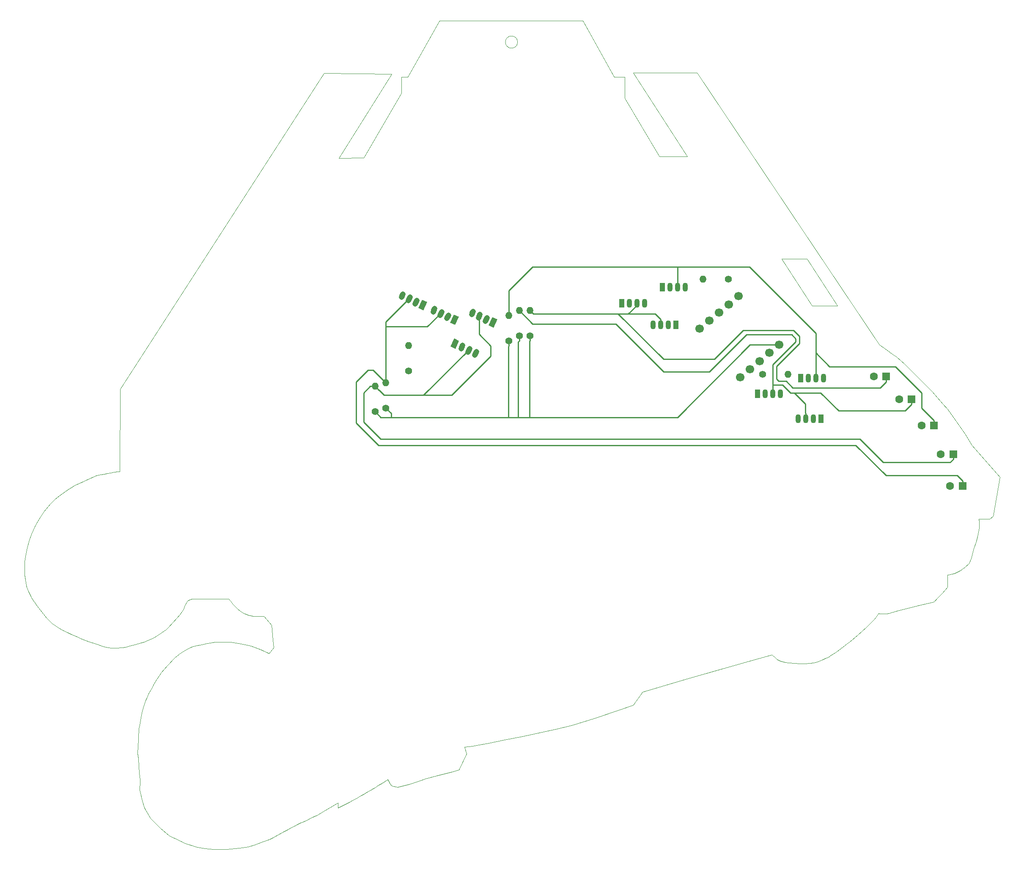
<source format=gbr>
G04 #@! TF.GenerationSoftware,KiCad,Pcbnew,(5.1.0)-1*
G04 #@! TF.CreationDate,2019-03-31T16:26:15-05:00*
G04 #@! TF.ProjectId,3000_Society_Badge_K5,33303030-5f53-46f6-9369-6574795f4261,2*
G04 #@! TF.SameCoordinates,Original*
G04 #@! TF.FileFunction,Copper,L2,Bot*
G04 #@! TF.FilePolarity,Positive*
%FSLAX46Y46*%
G04 Gerber Fmt 4.6, Leading zero omitted, Abs format (unit mm)*
G04 Created by KiCad (PCBNEW (5.1.0)-1) date 2019-03-31 16:26:15*
%MOMM*%
%LPD*%
G04 APERTURE LIST*
G04 #@! TA.AperFunction,NonConductor*
%ADD10C,0.050000*%
G04 #@! TD*
G04 #@! TA.AperFunction,NonConductor*
%ADD11C,0.036000*%
G04 #@! TD*
G04 #@! TA.AperFunction,ComponentPad*
%ADD12C,1.600000*%
G04 #@! TD*
G04 #@! TA.AperFunction,ComponentPad*
%ADD13R,1.600000X1.600000*%
G04 #@! TD*
G04 #@! TA.AperFunction,ComponentPad*
%ADD14O,1.400000X1.400000*%
G04 #@! TD*
G04 #@! TA.AperFunction,ComponentPad*
%ADD15C,1.400000*%
G04 #@! TD*
G04 #@! TA.AperFunction,ComponentPad*
%ADD16O,1.070000X1.800000*%
G04 #@! TD*
G04 #@! TA.AperFunction,ComponentPad*
%ADD17R,1.070000X1.800000*%
G04 #@! TD*
G04 #@! TA.AperFunction,ComponentPad*
%ADD18C,1.070000*%
G04 #@! TD*
G04 #@! TA.AperFunction,Conductor*
%ADD19C,1.070000*%
G04 #@! TD*
G04 #@! TA.AperFunction,Conductor*
%ADD20C,0.100000*%
G04 #@! TD*
G04 #@! TA.AperFunction,ComponentPad*
%ADD21C,1.700000*%
G04 #@! TD*
G04 #@! TA.AperFunction,Conductor*
%ADD22C,0.250000*%
G04 #@! TD*
G04 APERTURE END LIST*
D10*
X206756000Y-77724000D02*
X201676000Y-77724000D01*
X200660000Y-68326000D02*
X206756000Y-77724000D01*
X195580000Y-68326000D02*
X200660000Y-68326000D01*
X201676000Y-77724000D02*
X195580000Y-68326000D01*
X142750001Y-24940000D02*
G75*
G03X142750001Y-24940000I-1215047J0D01*
G01*
D11*
X72909999Y-183773750D02*
X73142500Y-183905001D01*
X78576248Y-186098751D02*
X80222499Y-186398750D01*
X66921248Y-169810625D02*
X67022500Y-171211251D01*
X69129999Y-180117500D02*
X69253749Y-180338751D01*
X93640000Y-184235000D02*
X94419999Y-183822500D01*
X66938125Y-162380000D02*
X66825625Y-164196875D01*
X71260000Y-182307501D02*
X72909999Y-183773750D01*
X92492500Y-184741250D02*
X93126249Y-184490001D01*
X68286249Y-178643750D02*
X68679999Y-179322500D01*
X90234999Y-185592501D02*
X91735000Y-185041251D01*
X67146248Y-172628751D02*
X67135000Y-172906250D01*
X68265625Y-156715625D02*
X67928125Y-157756251D01*
X69795625Y-153695000D02*
X69503125Y-154229375D01*
X67135000Y-172906250D02*
X67078748Y-174650000D01*
X91735000Y-185041251D02*
X92492500Y-184741250D01*
X88802500Y-186005000D02*
X90234999Y-185592501D01*
X70183748Y-181295001D02*
X71260000Y-182307501D01*
X67078748Y-174650000D02*
X67127499Y-174905001D01*
X80222499Y-186398750D02*
X81778750Y-186511250D01*
X73967499Y-184280000D02*
X75535000Y-185037500D01*
X67022500Y-171211251D02*
X67146248Y-172628751D01*
X69503125Y-154229375D02*
X69193748Y-154780625D01*
X66696248Y-167290625D02*
X66797500Y-168297500D01*
X69193748Y-154780625D02*
X68839375Y-155410625D01*
X67558750Y-176817501D02*
X68027499Y-178137500D01*
X68027499Y-178137500D02*
X68286249Y-178643750D01*
X68839375Y-155410625D02*
X68490625Y-156181252D01*
X67050625Y-161609375D02*
X66938125Y-162380000D01*
X67630000Y-158853125D02*
X67410625Y-159680000D01*
X84474999Y-186511250D02*
X87058748Y-186316250D01*
X99332500Y-181227501D02*
X99868750Y-180983750D01*
X68679999Y-179322500D02*
X69129999Y-180117500D01*
X81778750Y-186511250D02*
X84474999Y-186511250D01*
X75958749Y-185236250D02*
X78576248Y-186098751D01*
X66696248Y-166868751D02*
X66696248Y-167290625D01*
X66825625Y-164196875D02*
X66713125Y-166334375D01*
X68490625Y-156181252D02*
X68265625Y-156715625D01*
X73142500Y-183905001D02*
X73967499Y-184280000D01*
X100600000Y-180657500D02*
X101290000Y-180301250D01*
X67410625Y-159680000D02*
X67050625Y-161609375D01*
X95946248Y-182963750D02*
X96767500Y-182525000D01*
X100206250Y-180826250D02*
X100600000Y-180657500D01*
X99868750Y-180983750D02*
X100206250Y-180826250D01*
X98706249Y-181516250D02*
X99332500Y-181227501D01*
X66797500Y-168297500D02*
X66921248Y-169810625D01*
X98064999Y-181850000D02*
X98706249Y-181516250D01*
X97442500Y-182161251D02*
X98064999Y-181850000D01*
X96767500Y-182525000D02*
X97442500Y-182161251D01*
X87058748Y-186316250D02*
X88802500Y-186005000D01*
X95158748Y-183410001D02*
X95946248Y-182963750D01*
X67127499Y-174905001D02*
X67558750Y-176817501D01*
X67928125Y-157756251D02*
X67630000Y-158853125D01*
X94419999Y-183822500D02*
X95158748Y-183410001D01*
X93126249Y-184490001D02*
X93640000Y-184235000D01*
X75535000Y-185037500D02*
X75958749Y-185236250D01*
X66713125Y-166334375D02*
X66696248Y-166868751D01*
X69253749Y-180338751D02*
X70183748Y-181295001D01*
X75938125Y-146826875D02*
X75561248Y-147080000D01*
X80663125Y-145291252D02*
X79498748Y-145516252D01*
X82063748Y-145060625D02*
X81715000Y-145105625D01*
X87188125Y-138755000D02*
X87694375Y-139109375D01*
X84932500Y-145049375D02*
X84043748Y-145010000D01*
X76742500Y-136730000D02*
X76883125Y-136634375D01*
X87750625Y-145426252D02*
X86878748Y-145285625D01*
X86743748Y-138400625D02*
X87188125Y-138755000D01*
X89134375Y-139711252D02*
X89612500Y-139823752D01*
X92515000Y-147085625D02*
X91896248Y-146793125D01*
X85331875Y-136926875D02*
X85686248Y-137388125D01*
X88594375Y-145606252D02*
X87750625Y-145426252D01*
X93752500Y-144610625D02*
X93893125Y-146146252D01*
X90068125Y-146090000D02*
X89325625Y-145831252D01*
X77788748Y-136398125D02*
X80207500Y-136409375D01*
X91896248Y-146793125D02*
X91406875Y-146579375D01*
X87694375Y-139109375D02*
X88105000Y-139362500D01*
X76883125Y-136634375D02*
X77096875Y-136550000D01*
X93893125Y-146146252D02*
X92981875Y-147321875D01*
X91980625Y-139868752D02*
X93482500Y-141685625D01*
X89753125Y-139863125D02*
X91553125Y-139880000D01*
X85686248Y-137388125D02*
X86006875Y-137714375D01*
X77501875Y-136426252D02*
X77788748Y-136398125D01*
X84960625Y-136392500D02*
X85123748Y-136662500D01*
X76849375Y-146337500D02*
X75938125Y-146826875D01*
X90715000Y-146315000D02*
X90068125Y-146090000D01*
X77096875Y-136550000D02*
X77293748Y-136482500D01*
X71415625Y-151169375D02*
X70965625Y-151816252D01*
X76601875Y-136904375D02*
X76742500Y-136730000D01*
X91553125Y-139880000D02*
X91980625Y-139868752D01*
X74503748Y-147867500D02*
X74222500Y-148120625D01*
X75561248Y-147080000D02*
X75083125Y-147417500D01*
X77614375Y-145971875D02*
X77203748Y-146168752D01*
X79498748Y-145516252D02*
X78193748Y-145797500D01*
X88751875Y-139598752D02*
X89134375Y-139711252D01*
X86006875Y-137714375D02*
X86400625Y-138119375D01*
X81715000Y-145105625D02*
X80663125Y-145291252D01*
X85123748Y-136662500D02*
X85331875Y-136926875D01*
X93482500Y-141685625D02*
X93752500Y-144610625D01*
X70150000Y-153048125D02*
X69795625Y-153695000D01*
X80207500Y-136409375D02*
X84960625Y-136392500D01*
X89612500Y-139823752D02*
X89753125Y-139863125D01*
X70543748Y-152418125D02*
X70150000Y-153048125D01*
X70965625Y-151816252D02*
X70543748Y-152418125D01*
X71978125Y-150466252D02*
X71415625Y-151169375D01*
X72591248Y-149780000D02*
X71978125Y-150466252D01*
X86400625Y-138119375D02*
X86743748Y-138400625D01*
X73001875Y-149335625D02*
X72591248Y-149780000D01*
X86878748Y-145285625D02*
X85309375Y-145077500D01*
X73705000Y-148626875D02*
X73001875Y-149335625D01*
X74222500Y-148120625D02*
X73705000Y-148626875D01*
X85309375Y-145077500D02*
X84932500Y-145049375D01*
X88386248Y-139475000D02*
X88751875Y-139598752D01*
X89325625Y-145831252D02*
X88594375Y-145606252D01*
X76444375Y-137185625D02*
X76601875Y-136904375D01*
X88105000Y-139362500D02*
X88386248Y-139475000D01*
X75083125Y-147417500D02*
X74503748Y-147867500D01*
X92981875Y-147321875D02*
X92515000Y-147085625D01*
X84043748Y-145010000D02*
X82862500Y-145021252D01*
X78193748Y-145797500D02*
X77614375Y-145971875D01*
X77203748Y-146168752D02*
X76849375Y-146337500D01*
X82862500Y-145021252D02*
X82063748Y-145060625D01*
X91406875Y-146579375D02*
X90715000Y-146315000D01*
X77293748Y-136482500D02*
X77501875Y-136426252D01*
X44393125Y-133681252D02*
X44488750Y-133996252D01*
X44590000Y-126188752D02*
X44252500Y-127881875D01*
X71100625Y-143440625D02*
X71590000Y-143131252D01*
X75544375Y-138980000D02*
X75853748Y-138434375D01*
X73710625Y-141185000D02*
X74554375Y-140228752D01*
X44843125Y-134918752D02*
X45304375Y-135897500D01*
X76264375Y-137534375D02*
X76444375Y-137185625D01*
X49191249Y-140988125D02*
X49596249Y-141320000D01*
X49247500Y-117395000D02*
X48325000Y-118430000D01*
X76095625Y-137928125D02*
X76264375Y-137534375D01*
X63585625Y-146180000D02*
X64260625Y-146028125D01*
X55609375Y-144470000D02*
X56953749Y-144976252D01*
X44044375Y-131560625D02*
X44196250Y-132556252D01*
X72844375Y-142056875D02*
X73710625Y-141185000D01*
X71944375Y-142861252D02*
X72304375Y-142568752D01*
X54287500Y-143879375D02*
X55609375Y-144470000D01*
X44044375Y-129867500D02*
X44044375Y-131560625D01*
X71590000Y-143131252D02*
X71944375Y-142861252D01*
X70549375Y-143766875D02*
X71100625Y-143440625D01*
X69874375Y-144160625D02*
X70549375Y-143766875D01*
X69261248Y-144464375D02*
X69874375Y-144160625D01*
X68681875Y-144745625D02*
X69261248Y-144464375D01*
X44095000Y-128922500D02*
X44044375Y-129867500D01*
X44252500Y-127881875D02*
X44095000Y-128922500D01*
X52735000Y-114516875D02*
X50987500Y-115715000D01*
X44955625Y-124670000D02*
X44590000Y-126188752D01*
X56953749Y-144976252D02*
X58264375Y-145415000D01*
X47987500Y-118842500D02*
X47297500Y-119877500D01*
X61290625Y-146219375D02*
X62320000Y-146219375D01*
X59980000Y-145983125D02*
X60379375Y-146095625D01*
X45445000Y-136178752D02*
X45979375Y-136994375D01*
X67922500Y-145015625D02*
X68681875Y-144745625D01*
X48454375Y-140200625D02*
X49191249Y-140988125D01*
X64260625Y-146028125D02*
X65076249Y-145831252D01*
X62320000Y-146219375D02*
X63585625Y-146180000D01*
X45304375Y-135897500D02*
X45445000Y-136178752D01*
X47297500Y-119877500D02*
X46607499Y-121002500D01*
X51103749Y-142310000D02*
X51806875Y-142715000D01*
X58264375Y-145415000D02*
X59980000Y-145983125D01*
X67258748Y-145251875D02*
X67922500Y-145015625D01*
X65076249Y-145831252D02*
X66122500Y-145578125D01*
X60379375Y-146095625D02*
X61290625Y-146219375D01*
X47515000Y-139058752D02*
X48454375Y-140200625D01*
X46626249Y-137877500D02*
X47515000Y-139058752D01*
X45979375Y-136994375D02*
X46626249Y-137877500D01*
X45407500Y-123470000D02*
X44955625Y-124670000D01*
X44488750Y-133996252D02*
X44843125Y-134918752D01*
X50147500Y-116457500D02*
X49247500Y-117395000D01*
X46120000Y-121925000D02*
X45745000Y-122705000D01*
X48325000Y-118430000D02*
X47987500Y-118842500D01*
X52583125Y-143120000D02*
X53426875Y-143502500D01*
X74554375Y-140228752D02*
X75122500Y-139542500D01*
X72304375Y-142568752D02*
X72844375Y-142056875D01*
X75853748Y-138434375D02*
X76095625Y-137928125D01*
X44196250Y-132556252D02*
X44393125Y-133681252D01*
X66122500Y-145578125D02*
X67258748Y-145251875D01*
X75122500Y-139542500D02*
X75544375Y-138980000D01*
X50321875Y-141860000D02*
X51103749Y-142310000D01*
X51806875Y-142715000D02*
X52583125Y-143120000D01*
X45745000Y-122705000D02*
X45407500Y-123470000D01*
X49596249Y-141320000D02*
X50321875Y-141860000D01*
X46607499Y-121002500D02*
X46120000Y-121925000D01*
X50987500Y-115715000D02*
X50147500Y-116457500D01*
X53426875Y-143502500D02*
X54287500Y-143879375D01*
X53376249Y-114111875D02*
X52735000Y-114516875D01*
X53983749Y-113746253D02*
X53376249Y-114111875D01*
X55519375Y-113003753D02*
X54585625Y-113453753D01*
X56560000Y-112520000D02*
X55519375Y-113003753D01*
X58468749Y-111721253D02*
X57488125Y-112098125D01*
X117568747Y-31317500D02*
X103978748Y-31193755D01*
X103978748Y-31193755D02*
X63163749Y-94424375D01*
X63131323Y-110892324D02*
X62642500Y-110960000D01*
X59931250Y-111391250D02*
X59331249Y-111507500D01*
X61254999Y-111158750D02*
X60636249Y-111260000D01*
X106920625Y-48147500D02*
X117568747Y-31317500D01*
X127085406Y-20650532D02*
X120735569Y-31916605D01*
X62012500Y-111046250D02*
X61254999Y-111158750D01*
X62642500Y-110960000D02*
X62012500Y-111046250D01*
X63163749Y-94424375D02*
X63131323Y-110892324D01*
X111943747Y-48102500D02*
X106920625Y-48147500D01*
X119486875Y-31910938D02*
X119484999Y-35161251D01*
X120735569Y-31916605D02*
X119486875Y-31910938D01*
X57488125Y-112098125D02*
X56560000Y-112520000D01*
X54585625Y-113453753D02*
X53983749Y-113746253D01*
X59331249Y-111507500D02*
X58468749Y-111721253D01*
X60636249Y-111260000D02*
X59931250Y-111391250D01*
X119484999Y-35161251D02*
X111943747Y-48102500D01*
X227821562Y-135242188D02*
X228839687Y-134024375D01*
X234062500Y-126312500D02*
X234531250Y-124876250D01*
X201288437Y-149282188D02*
X201991562Y-149183752D01*
X210850000Y-143592500D02*
X212552500Y-142115000D01*
X230155000Y-131333750D02*
X231332499Y-130763750D01*
X228955794Y-131598677D02*
X229054264Y-131585971D01*
X214990000Y-139317500D02*
X215125441Y-139347148D01*
X235931323Y-120413265D02*
X237244264Y-120423853D01*
X228921911Y-131593383D02*
X228955794Y-131598677D01*
X214074999Y-140585000D02*
X214465000Y-140082500D01*
X234531250Y-124876250D02*
X234786249Y-123833750D01*
X231332499Y-130763750D02*
X232262500Y-130043750D01*
X234786249Y-123833750D02*
X235138750Y-122183750D01*
X233500000Y-128292500D02*
X234062500Y-126312500D01*
X229686382Y-131434559D02*
X230155000Y-131333750D01*
X205636562Y-147620000D02*
X206210312Y-147262813D01*
X229054264Y-131585971D02*
X229686382Y-131434559D01*
X206210312Y-147262813D02*
X206702500Y-146888752D01*
X204885625Y-148053125D02*
X205636562Y-147620000D01*
X215125441Y-139347148D02*
X215432500Y-139367265D01*
X217344735Y-139181971D02*
X218477676Y-138889736D01*
X237972735Y-119807618D02*
X239260000Y-112013753D01*
X235138750Y-122183750D02*
X235138750Y-121475000D01*
X232262500Y-130043750D02*
X233106250Y-129282500D01*
X235281205Y-120419618D02*
X235931323Y-120413265D01*
X235088500Y-120409030D02*
X235281205Y-120419618D01*
X235138750Y-121475000D02*
X235116029Y-120942677D01*
X223093750Y-137680625D02*
X226046875Y-137000000D01*
X201991562Y-149183752D02*
X202343125Y-149107813D01*
X200115625Y-149324375D02*
X201288437Y-149282188D01*
X233106250Y-129282500D02*
X233500000Y-128292500D01*
X228820000Y-131566252D02*
X228921911Y-131593383D01*
X228839687Y-134024375D02*
X228820000Y-131566252D01*
X216260499Y-139372559D02*
X216592970Y-139340795D01*
X202855000Y-148939063D02*
X203718437Y-148593125D01*
X215432500Y-139367265D02*
X215707794Y-139377853D01*
X197078125Y-149178125D02*
X198132812Y-149285000D01*
X226789375Y-136274375D02*
X227821562Y-135242188D01*
X226046875Y-137000000D02*
X226789375Y-136274375D01*
X208685312Y-145381252D02*
X209171875Y-145007188D01*
X209171875Y-145007188D02*
X210850000Y-143592500D01*
X199342187Y-149341252D02*
X200115625Y-149324375D01*
X215707794Y-139377853D02*
X216260499Y-139372559D01*
X198132812Y-149285000D02*
X199342187Y-149341252D01*
X204407500Y-148292188D02*
X204885625Y-148053125D01*
X217080029Y-139249736D02*
X217344735Y-139181971D01*
X216592970Y-139340795D02*
X217080029Y-139249736D01*
X203718437Y-148593125D02*
X204407500Y-148292188D01*
X214465000Y-140082500D02*
X214990000Y-139317500D01*
X202343125Y-149107813D02*
X202855000Y-148939063D01*
X207138437Y-146559688D02*
X208111562Y-145822813D01*
X206702500Y-146888752D02*
X207138437Y-146559688D01*
X218477676Y-138889736D02*
X223093750Y-137680625D01*
X237244264Y-120423853D02*
X237972735Y-119807618D01*
X235116029Y-120942677D02*
X235088500Y-120409030D01*
X208111562Y-145822813D02*
X208685312Y-145381252D01*
X212552500Y-142115000D02*
X214074999Y-140585000D01*
X102246248Y-179855001D02*
X102519999Y-179720001D01*
X103930000Y-178928750D02*
X104353749Y-178666250D01*
X196335625Y-149071252D02*
X197078125Y-149178125D01*
X110031247Y-176558751D02*
X110417499Y-176333751D01*
X195716875Y-148953125D02*
X196335625Y-149071252D01*
X124360937Y-172372813D02*
X126481562Y-171818751D01*
X110417499Y-176333751D02*
X110950000Y-176026251D01*
X134561875Y-165738125D02*
X136915937Y-165271251D01*
X112401250Y-175212500D02*
X112712499Y-175032500D01*
X194395000Y-148269688D02*
X194695937Y-148503125D01*
X165872499Y-157640000D02*
X167739999Y-155060001D01*
X117585625Y-173824063D02*
X118721875Y-174049063D01*
X108962500Y-177121251D02*
X109581247Y-176791251D01*
X195365312Y-148818125D02*
X195716875Y-148953125D01*
X194695937Y-148503125D02*
X195365312Y-148818125D01*
X162895000Y-158667500D02*
X165872499Y-157640000D01*
X117234062Y-173388125D02*
X117585625Y-173824063D01*
X194133437Y-148044688D02*
X194395000Y-148269688D01*
X110950000Y-176026251D02*
X111362499Y-175790000D01*
X109581247Y-176791251D02*
X110031247Y-176558751D01*
X106768747Y-177203750D02*
X106761249Y-178208750D01*
X167739999Y-155060001D02*
X176293746Y-152525000D01*
X117163747Y-173270000D02*
X117234062Y-173388125D01*
X116743750Y-172595000D02*
X117163747Y-173270000D01*
X111362499Y-175790000D02*
X111744999Y-175576251D01*
X115558749Y-173341251D02*
X116226250Y-172925001D01*
X112975000Y-174882501D02*
X113226247Y-174721251D01*
X101747500Y-180087500D02*
X102246248Y-179855001D01*
X193894375Y-147794375D02*
X194133437Y-148044688D01*
X188511245Y-148981252D02*
X193697500Y-147541252D01*
X129533125Y-170994688D02*
X130987187Y-170586875D01*
X193697500Y-147541252D02*
X193894375Y-147794375D01*
X133746247Y-165850625D02*
X134561875Y-165738125D01*
X176293746Y-152525000D02*
X188511245Y-148981252D01*
X143719375Y-163943751D02*
X150328746Y-162470000D01*
X126481562Y-171818751D02*
X129533125Y-170994688D01*
X113226247Y-174721251D02*
X113552500Y-174533751D01*
X132078437Y-166075625D02*
X133746247Y-165850625D01*
X132500312Y-167434063D02*
X132078437Y-166075625D01*
X102808748Y-179555000D02*
X103480000Y-179165000D01*
X130987187Y-170586875D02*
X132500312Y-167434063D01*
X101290000Y-180301250D02*
X101747500Y-180087500D01*
X123154375Y-172775000D02*
X124360937Y-172372813D01*
X108137500Y-177533751D02*
X108962500Y-177121251D01*
X102519999Y-179720001D02*
X102808748Y-179555000D01*
X114958747Y-173697500D02*
X115558749Y-173341251D01*
X112063750Y-175407500D02*
X112401250Y-175212500D01*
X104353749Y-178666250D02*
X104935000Y-178310000D01*
X114047500Y-174241251D02*
X114546249Y-173941250D01*
X112712499Y-175032500D02*
X112975000Y-174882501D01*
X153492812Y-161702188D02*
X158170000Y-160242500D01*
X103480000Y-179165000D02*
X103930000Y-178928750D01*
X158170000Y-160242500D02*
X162895000Y-158667500D01*
X150328746Y-162470000D02*
X153492812Y-161702188D01*
X118721875Y-174049063D02*
X121081562Y-173452813D01*
X106761249Y-178208750D02*
X108137500Y-177533751D01*
X140161562Y-164641251D02*
X143719375Y-163943751D01*
X136915937Y-165271251D02*
X140161562Y-164641251D01*
X121081562Y-173452813D02*
X123154375Y-172775000D01*
X114546249Y-173941250D02*
X114958747Y-173697500D01*
X116226250Y-172925001D02*
X116743750Y-172595000D01*
X113552500Y-174533751D02*
X114047500Y-174241251D01*
X111744999Y-175576251D02*
X112063750Y-175407500D01*
X104935000Y-178310000D02*
X106768747Y-177203750D01*
X230027499Y-100152501D02*
X228827500Y-98427500D01*
X155807500Y-20650532D02*
X127085406Y-20650532D01*
X162104687Y-31919375D02*
X155807500Y-20650532D01*
X217637500Y-87267500D02*
X216287500Y-86262500D01*
X225707499Y-94947500D02*
X224657500Y-93777500D01*
X164209291Y-36187644D02*
X164174687Y-31919375D01*
X224657500Y-93777500D02*
X223457499Y-92622500D01*
X220142500Y-89367500D02*
X218612500Y-88017500D01*
X171175000Y-47877500D02*
X164209291Y-36187644D01*
X215162500Y-85512500D02*
X178690000Y-31070000D01*
X227882500Y-97347500D02*
X225707499Y-94947500D01*
X239260000Y-112013753D02*
X233747500Y-105668753D01*
X228827500Y-98427500D02*
X227882500Y-97347500D01*
X216287500Y-86262500D02*
X215162500Y-85512500D01*
X165910000Y-31115000D02*
X176687500Y-47877500D01*
X223457499Y-92622500D02*
X220142500Y-89367500D01*
X218612500Y-88017500D02*
X217637500Y-87267500D01*
X232232499Y-103302501D02*
X230027499Y-100152501D01*
X164174687Y-31919375D02*
X162104687Y-31919375D01*
X233747500Y-105668753D02*
X232232499Y-103302501D01*
X176687500Y-47877500D02*
X171175000Y-47877500D01*
X178690000Y-31070000D02*
X165910000Y-31115000D01*
D12*
G04 #@! TO.P,C1,2*
G04 #@! TO.N,Net-(C1-Pad2)*
X229320000Y-113830000D03*
D13*
G04 #@! TO.P,C1,1*
G04 #@! TO.N,Net-(C1-Pad1)*
X231820000Y-113830000D03*
G04 #@! TD*
D12*
G04 #@! TO.P,C2,2*
G04 #@! TO.N,Net-(C1-Pad2)*
X227470000Y-107410000D03*
D13*
G04 #@! TO.P,C2,1*
G04 #@! TO.N,Net-(C2-Pad1)*
X229970000Y-107410000D03*
G04 #@! TD*
D12*
G04 #@! TO.P,C3,2*
G04 #@! TO.N,Net-(C1-Pad2)*
X223610000Y-101690000D03*
D13*
G04 #@! TO.P,C3,1*
G04 #@! TO.N,Net-(C3-Pad1)*
X226110000Y-101690000D03*
G04 #@! TD*
D12*
G04 #@! TO.P,C4,2*
G04 #@! TO.N,Net-(C1-Pad2)*
X219120000Y-96450000D03*
D13*
G04 #@! TO.P,C4,1*
G04 #@! TO.N,Net-(C4-Pad1)*
X221620000Y-96450000D03*
G04 #@! TD*
D12*
G04 #@! TO.P,C5,2*
G04 #@! TO.N,Net-(C1-Pad2)*
X214040000Y-91890000D03*
D13*
G04 #@! TO.P,C5,1*
G04 #@! TO.N,Net-(C5-Pad1)*
X216540000Y-91890000D03*
G04 #@! TD*
D14*
G04 #@! TO.P,R1,2*
G04 #@! TO.N,Net-(C1-Pad1)*
X116380000Y-93140000D03*
D15*
G04 #@! TO.P,R1,1*
G04 #@! TO.N,Net-(IC1-Pad10)*
X116380000Y-98220000D03*
G04 #@! TD*
D14*
G04 #@! TO.P,R2,2*
G04 #@! TO.N,Net-(C2-Pad1)*
X114250000Y-93850000D03*
D15*
G04 #@! TO.P,R2,1*
G04 #@! TO.N,Net-(IC1-Pad10)*
X114250000Y-98930000D03*
G04 #@! TD*
D14*
G04 #@! TO.P,R3,2*
G04 #@! TO.N,Net-(C3-Pad1)*
X140990000Y-79700000D03*
D15*
G04 #@! TO.P,R3,1*
G04 #@! TO.N,Net-(IC1-Pad10)*
X140990000Y-84780000D03*
G04 #@! TD*
D14*
G04 #@! TO.P,R4,2*
G04 #@! TO.N,Net-(C4-Pad1)*
X143100000Y-78670000D03*
D15*
G04 #@! TO.P,R4,1*
G04 #@! TO.N,Net-(IC1-Pad10)*
X143100000Y-83750000D03*
G04 #@! TD*
D14*
G04 #@! TO.P,R5,2*
G04 #@! TO.N,Net-(C5-Pad1)*
X145210000Y-78660000D03*
D15*
G04 #@! TO.P,R5,1*
G04 #@! TO.N,Net-(IC1-Pad10)*
X145210000Y-83740000D03*
G04 #@! TD*
D14*
G04 #@! TO.P,R10,2*
G04 #@! TO.N,Net-(D10-Pad4)*
X120940000Y-85670000D03*
D15*
G04 #@! TO.P,R10,1*
G04 #@! TO.N,Net-(IC1-Pad8)*
X120940000Y-90750000D03*
G04 #@! TD*
D14*
G04 #@! TO.P,R20,2*
G04 #@! TO.N,Net-(D20-Pad4)*
X196850000Y-91410000D03*
D15*
G04 #@! TO.P,R20,1*
G04 #@! TO.N,Net-(IC1-Pad7)*
X191770000Y-91410000D03*
G04 #@! TD*
D14*
G04 #@! TO.P,R40,2*
G04 #@! TO.N,Net-(D40-Pad4)*
X179870000Y-72400000D03*
D15*
G04 #@! TO.P,R40,1*
G04 #@! TO.N,Net-(IC1-Pad3)*
X184950000Y-72400000D03*
G04 #@! TD*
D16*
G04 #@! TO.P,D20,4*
G04 #@! TO.N,Net-(D20-Pad4)*
X203956000Y-92220000D03*
G04 #@! TO.P,D20,3*
G04 #@! TO.N,Net-(C3-Pad1)*
X202432000Y-92220000D03*
G04 #@! TO.P,D20,2*
G04 #@! TO.N,Net-(C1-Pad2)*
X200908000Y-92220000D03*
D17*
G04 #@! TO.P,D20,1*
G04 #@! TO.N,Net-(D20-Pad1)*
X199384000Y-92220000D03*
G04 #@! TD*
D16*
G04 #@! TO.P,D40,4*
G04 #@! TO.N,Net-(D40-Pad4)*
X176266000Y-73980000D03*
G04 #@! TO.P,D40,3*
G04 #@! TO.N,Net-(C3-Pad1)*
X174742000Y-73980000D03*
G04 #@! TO.P,D40,2*
G04 #@! TO.N,Net-(C1-Pad2)*
X173218000Y-73980000D03*
D17*
G04 #@! TO.P,D40,1*
G04 #@! TO.N,Net-(D40-Pad1)*
X171694000Y-73980000D03*
G04 #@! TD*
D18*
G04 #@! TO.P,D10,4*
G04 #@! TO.N,Net-(D10-Pad4)*
X119611664Y-75658807D03*
D19*
G04 #@! TD*
G04 #@! TO.N,Net-(D10-Pad4)*
G04 #@! TO.C,D10*
X119457408Y-75989609D02*
X119765920Y-75328005D01*
D18*
G04 #@! TO.P,D10,3*
G04 #@! TO.N,Net-(C1-Pad1)*
X120992877Y-76302877D03*
D19*
G04 #@! TD*
G04 #@! TO.N,Net-(C1-Pad1)*
G04 #@! TO.C,D10*
X120838621Y-76633679D02*
X121147133Y-75972075D01*
D18*
G04 #@! TO.P,D10,2*
G04 #@! TO.N,Net-(C1-Pad2)*
X122374090Y-76946947D03*
D19*
G04 #@! TD*
G04 #@! TO.N,Net-(C1-Pad2)*
G04 #@! TO.C,D10*
X122219834Y-77277749D02*
X122528346Y-76616145D01*
D18*
G04 #@! TO.P,D10,1*
G04 #@! TO.N,Net-(D10-Pad1)*
X123755303Y-77591018D03*
D20*
G04 #@! TD*
G04 #@! TO.N,Net-(D10-Pad1)*
G04 #@! TO.C,D10*
G36*
X124620534Y-77001442D02*
G01*
X123859821Y-78632796D01*
X122890072Y-78180594D01*
X123650785Y-76549240D01*
X124620534Y-77001442D01*
X124620534Y-77001442D01*
G37*
D18*
G04 #@! TO.P,D11,4*
G04 #@! TO.N,Net-(D10-Pad1)*
X125961664Y-78608807D03*
D19*
G04 #@! TD*
G04 #@! TO.N,Net-(D10-Pad1)*
G04 #@! TO.C,D11*
X125807408Y-78939609D02*
X126115920Y-78278005D01*
D18*
G04 #@! TO.P,D11,3*
G04 #@! TO.N,Net-(C1-Pad1)*
X127342877Y-79252877D03*
D19*
G04 #@! TD*
G04 #@! TO.N,Net-(C1-Pad1)*
G04 #@! TO.C,D11*
X127188621Y-79583679D02*
X127497133Y-78922075D01*
D18*
G04 #@! TO.P,D11,2*
G04 #@! TO.N,Net-(C1-Pad2)*
X128724090Y-79896947D03*
D19*
G04 #@! TD*
G04 #@! TO.N,Net-(C1-Pad2)*
G04 #@! TO.C,D11*
X128569834Y-80227749D02*
X128878346Y-79566145D01*
D18*
G04 #@! TO.P,D11,1*
G04 #@! TO.N,Net-(D11-Pad1)*
X130105303Y-80541018D03*
D20*
G04 #@! TD*
G04 #@! TO.N,Net-(D11-Pad1)*
G04 #@! TO.C,D11*
G36*
X130970534Y-79951442D02*
G01*
X130209821Y-81582796D01*
X129240072Y-81130594D01*
X130000785Y-79499240D01*
X130970534Y-79951442D01*
X130970534Y-79951442D01*
G37*
D18*
G04 #@! TO.P,D12,4*
G04 #@! TO.N,Net-(D11-Pad1)*
X133661664Y-79128807D03*
D19*
G04 #@! TD*
G04 #@! TO.N,Net-(D11-Pad1)*
G04 #@! TO.C,D12*
X133507408Y-79459609D02*
X133815920Y-78798005D01*
D18*
G04 #@! TO.P,D12,3*
G04 #@! TO.N,Net-(C2-Pad1)*
X135042877Y-79772877D03*
D19*
G04 #@! TD*
G04 #@! TO.N,Net-(C2-Pad1)*
G04 #@! TO.C,D12*
X134888621Y-80103679D02*
X135197133Y-79442075D01*
D18*
G04 #@! TO.P,D12,2*
G04 #@! TO.N,Net-(C1-Pad2)*
X136424090Y-80416947D03*
D19*
G04 #@! TD*
G04 #@! TO.N,Net-(C1-Pad2)*
G04 #@! TO.C,D12*
X136269834Y-80747749D02*
X136578346Y-80086145D01*
D18*
G04 #@! TO.P,D12,1*
G04 #@! TO.N,Net-(D12-Pad1)*
X137805303Y-81061018D03*
D20*
G04 #@! TD*
G04 #@! TO.N,Net-(D12-Pad1)*
G04 #@! TO.C,D12*
G36*
X138670534Y-80471442D02*
G01*
X137909821Y-82102796D01*
X136940072Y-81650594D01*
X137700785Y-80019240D01*
X138670534Y-80471442D01*
X138670534Y-80471442D01*
G37*
D18*
G04 #@! TO.P,D13,4*
G04 #@! TO.N,Net-(D12-Pad1)*
X134328336Y-87241193D03*
D19*
G04 #@! TD*
G04 #@! TO.N,Net-(D12-Pad1)*
G04 #@! TO.C,D13*
X134482592Y-86910391D02*
X134174080Y-87571995D01*
D18*
G04 #@! TO.P,D13,3*
G04 #@! TO.N,Net-(C2-Pad1)*
X132947123Y-86597123D03*
D19*
G04 #@! TD*
G04 #@! TO.N,Net-(C2-Pad1)*
G04 #@! TO.C,D13*
X133101379Y-86266321D02*
X132792867Y-86927925D01*
D18*
G04 #@! TO.P,D13,2*
G04 #@! TO.N,Net-(C1-Pad2)*
X131565910Y-85953053D03*
D19*
G04 #@! TD*
G04 #@! TO.N,Net-(C1-Pad2)*
G04 #@! TO.C,D13*
X131720166Y-85622251D02*
X131411654Y-86283855D01*
D18*
G04 #@! TO.P,D13,1*
G04 #@! TO.N,N/C*
X130184697Y-85308982D03*
D20*
G04 #@! TD*
G04 #@! TO.N,N/C*
G04 #@! TO.C,D13*
G36*
X129319466Y-85898558D02*
G01*
X130080179Y-84267204D01*
X131049928Y-84719406D01*
X130289215Y-86350760D01*
X129319466Y-85898558D01*
X129319466Y-85898558D01*
G37*
D16*
G04 #@! TO.P,D21,4*
G04 #@! TO.N,Net-(D20-Pad1)*
X195381000Y-95380000D03*
G04 #@! TO.P,D21,3*
G04 #@! TO.N,Net-(C4-Pad1)*
X193857000Y-95380000D03*
G04 #@! TO.P,D21,2*
G04 #@! TO.N,Net-(C1-Pad2)*
X192333000Y-95380000D03*
D17*
G04 #@! TO.P,D21,1*
G04 #@! TO.N,Net-(D21-Pad1)*
X190809000Y-95380000D03*
G04 #@! TD*
D16*
G04 #@! TO.P,D22,4*
G04 #@! TO.N,Net-(D21-Pad1)*
X198869000Y-100360000D03*
G04 #@! TO.P,D22,3*
G04 #@! TO.N,Net-(C4-Pad1)*
X200393000Y-100360000D03*
G04 #@! TO.P,D22,2*
G04 #@! TO.N,Net-(C1-Pad2)*
X201917000Y-100360000D03*
D17*
G04 #@! TO.P,D22,1*
G04 #@! TO.N,N/C*
X203441000Y-100360000D03*
G04 #@! TD*
D16*
G04 #@! TO.P,D41,4*
G04 #@! TO.N,Net-(D40-Pad1)*
X168141000Y-77250000D03*
G04 #@! TO.P,D41,3*
G04 #@! TO.N,Net-(C5-Pad1)*
X166617000Y-77250000D03*
G04 #@! TO.P,D41,2*
G04 #@! TO.N,Net-(C1-Pad2)*
X165093000Y-77250000D03*
D17*
G04 #@! TO.P,D41,1*
G04 #@! TO.N,Net-(D41-Pad1)*
X163569000Y-77250000D03*
G04 #@! TD*
D16*
G04 #@! TO.P,D42,4*
G04 #@! TO.N,Net-(D41-Pad1)*
X169849000Y-81570000D03*
G04 #@! TO.P,D42,3*
G04 #@! TO.N,Net-(C5-Pad1)*
X171373000Y-81570000D03*
G04 #@! TO.P,D42,2*
G04 #@! TO.N,Net-(C1-Pad2)*
X172897000Y-81570000D03*
D17*
G04 #@! TO.P,D42,1*
G04 #@! TO.N,N/C*
X174421000Y-81570000D03*
G04 #@! TD*
D21*
G04 #@! TO.P,IC1,10*
G04 #@! TO.N,Net-(IC1-Pad10)*
X195117246Y-85539244D03*
G04 #@! TO.P,IC1,9*
G04 #@! TO.N,N/C*
X193171493Y-87171925D03*
G04 #@! TO.P,IC1,8*
G04 #@! TO.N,Net-(IC1-Pad8)*
X191225740Y-88804605D03*
G04 #@! TO.P,IC1,7*
G04 #@! TO.N,Net-(IC1-Pad7)*
X189279988Y-90437286D03*
G04 #@! TO.P,IC1,6*
G04 #@! TO.N,N/C*
X187334235Y-92069966D03*
G04 #@! TO.P,IC1,5*
X179170832Y-82341202D03*
G04 #@! TO.P,IC1,4*
G04 #@! TO.N,Net-(IC1-Pad4)*
X181116585Y-80708521D03*
G04 #@! TO.P,IC1,3*
G04 #@! TO.N,Net-(IC1-Pad3)*
X183062338Y-79075841D03*
G04 #@! TO.P,IC1,2*
G04 #@! TO.N,Net-(C1-Pad2)*
X185008091Y-77443160D03*
G04 #@! TO.P,IC1,1*
G04 #@! TO.N,N/C*
X186953844Y-75810480D03*
G04 #@! TD*
D22*
G04 #@! TO.N,Net-(IC1-Pad10)*
X195117246Y-85539244D02*
X189270756Y-85539244D01*
X189270756Y-85539244D02*
X174760000Y-100050000D01*
X119040000Y-100050000D02*
X119660000Y-100050000D01*
X140880000Y-85879949D02*
X140880000Y-100050000D01*
X140990000Y-85769949D02*
X140880000Y-85879949D01*
X140990000Y-84780000D02*
X140990000Y-85769949D01*
X140880000Y-100050000D02*
X119660000Y-100050000D01*
X142870000Y-84969949D02*
X142870000Y-100050000D01*
X143100000Y-84739949D02*
X142870000Y-84969949D01*
X143100000Y-83750000D02*
X143100000Y-84739949D01*
X142870000Y-100050000D02*
X140880000Y-100050000D01*
X145180000Y-84759949D02*
X145180000Y-100050000D01*
X145210000Y-84729949D02*
X145180000Y-84759949D01*
X145210000Y-83740000D02*
X145210000Y-84729949D01*
X174760000Y-100050000D02*
X145180000Y-100050000D01*
X145180000Y-100050000D02*
X142870000Y-100050000D01*
X119660000Y-100050000D02*
X117450000Y-100050000D01*
X115370000Y-100050000D02*
X115890000Y-100050000D01*
X114250000Y-98930000D02*
X115370000Y-100050000D01*
X117450000Y-100050000D02*
X115890000Y-100050000D01*
X115890000Y-100050000D02*
X115730000Y-100050000D01*
X117420000Y-100020000D02*
X117450000Y-100050000D01*
X116380000Y-98220000D02*
X117420000Y-99260000D01*
X117420000Y-99260000D02*
X117420000Y-100020000D01*
G04 #@! TO.N,Net-(C1-Pad1)*
X116380000Y-80915754D02*
X120992877Y-76302877D01*
X124685754Y-81910000D02*
X127342877Y-79252877D01*
X116380000Y-81910000D02*
X124685754Y-81910000D01*
X116380000Y-81910000D02*
X116380000Y-80915754D01*
X116380000Y-93140000D02*
X116380000Y-81910000D01*
X116380000Y-93140000D02*
X113820000Y-90580000D01*
X113820000Y-90580000D02*
X112830000Y-90580000D01*
X112830000Y-90580000D02*
X110470000Y-92940000D01*
X110470000Y-92940000D02*
X110470000Y-101150000D01*
X110470000Y-101150000D02*
X114960000Y-105640000D01*
X114960000Y-105640000D02*
X210400000Y-105640000D01*
X210400000Y-105640000D02*
X216480000Y-111720000D01*
X231820000Y-112780000D02*
X231820000Y-113830000D01*
X230760000Y-111720000D02*
X231820000Y-112780000D01*
X216480000Y-111720000D02*
X230760000Y-111720000D01*
G04 #@! TO.N,Net-(C2-Pad1)*
X114949999Y-94549999D02*
X114969999Y-94549999D01*
X114250000Y-93850000D02*
X114949999Y-94549999D01*
X114969999Y-94549999D02*
X116030000Y-95610000D01*
X123934246Y-95610000D02*
X132947123Y-86597123D01*
X135042877Y-79772877D02*
X135042877Y-83432877D01*
X135042877Y-83432877D02*
X137370000Y-85760000D01*
X137370000Y-85760000D02*
X137370000Y-87770000D01*
X129530000Y-95610000D02*
X123720000Y-95610000D01*
X137370000Y-87770000D02*
X129530000Y-95610000D01*
X116030000Y-95610000D02*
X123720000Y-95610000D01*
X123720000Y-95610000D02*
X123934246Y-95610000D01*
X113260051Y-93850000D02*
X114250000Y-93850000D01*
X111930000Y-95180051D02*
X113260051Y-93850000D01*
X111930000Y-101010000D02*
X111930000Y-95180051D01*
X229970000Y-108460000D02*
X229340000Y-109090000D01*
X229970000Y-107410000D02*
X229970000Y-108460000D01*
X229340000Y-109090000D02*
X215960000Y-109090000D01*
X215960000Y-109090000D02*
X211290000Y-104420000D01*
X211290000Y-104420000D02*
X115340000Y-104420000D01*
X115340000Y-104420000D02*
X111930000Y-101010000D01*
G04 #@! TO.N,Net-(C3-Pad1)*
X140990000Y-74720000D02*
X145740000Y-69970000D01*
X140990000Y-79700000D02*
X140990000Y-74720000D01*
X189170000Y-69970000D02*
X202432000Y-83232000D01*
X174742000Y-70078000D02*
X174850000Y-69970000D01*
X174742000Y-73980000D02*
X174742000Y-70078000D01*
X145740000Y-69970000D02*
X174850000Y-69970000D01*
X174850000Y-69970000D02*
X189170000Y-69970000D01*
X226110000Y-100640000D02*
X223660000Y-98190000D01*
X226110000Y-101690000D02*
X226110000Y-100640000D01*
X223660000Y-98190000D02*
X223660000Y-95200000D01*
X223660000Y-95200000D02*
X218350000Y-89890000D01*
X205200000Y-89890000D02*
X202432000Y-87122000D01*
X218350000Y-89890000D02*
X205200000Y-89890000D01*
X202432000Y-83232000D02*
X202432000Y-87122000D01*
X202432000Y-87122000D02*
X202432000Y-92220000D01*
G04 #@! TO.N,Net-(C4-Pad1)*
X200393000Y-99210000D02*
X200390000Y-99207000D01*
X200393000Y-100360000D02*
X200393000Y-99210000D01*
X200390000Y-99207000D02*
X200390000Y-97380000D01*
X221620000Y-97500000D02*
X220350000Y-98770000D01*
X221620000Y-96450000D02*
X221620000Y-97500000D01*
X220350000Y-98770000D02*
X207000000Y-98770000D01*
X203400000Y-95170000D02*
X198180000Y-95170000D01*
X207000000Y-98770000D02*
X203400000Y-95170000D01*
X200390000Y-97380000D02*
X198180000Y-95170000D01*
X198440000Y-84300000D02*
X198440000Y-84910000D01*
X197620000Y-83480000D02*
X198440000Y-84300000D01*
X145770000Y-81340000D02*
X162440000Y-81340000D01*
X143100000Y-78670000D02*
X145770000Y-81340000D01*
X162440000Y-81340000D02*
X172000000Y-90900000D01*
X172000000Y-90900000D02*
X181130000Y-90900000D01*
X181130000Y-90900000D02*
X188550000Y-83480000D01*
X188550000Y-83480000D02*
X197620000Y-83480000D01*
X193857000Y-89493000D02*
X194320000Y-89030000D01*
X198440000Y-84910000D02*
X194320000Y-89030000D01*
X194320000Y-89030000D02*
X194125000Y-89225000D01*
X198180000Y-95170000D02*
X197410000Y-95170000D01*
X195793000Y-93553000D02*
X193857000Y-93553000D01*
X197410000Y-95170000D02*
X195793000Y-93553000D01*
X193857000Y-95380000D02*
X193857000Y-93553000D01*
X193857000Y-93553000D02*
X193857000Y-89493000D01*
G04 #@! TO.N,Net-(C5-Pad1)*
X166617000Y-77615000D02*
X166617000Y-77250000D01*
X164872001Y-79359999D02*
X166617000Y-77615000D01*
X145210000Y-78660000D02*
X145909999Y-79359999D01*
X170312999Y-79359999D02*
X164299999Y-79359999D01*
X171373000Y-80420000D02*
X170312999Y-79359999D01*
X171373000Y-81570000D02*
X171373000Y-80420000D01*
X164299999Y-79359999D02*
X164872001Y-79359999D01*
X182180000Y-88430000D02*
X171950002Y-88430000D01*
X187940000Y-82670000D02*
X182180000Y-88430000D01*
X171950002Y-88430000D02*
X162880001Y-79359999D01*
X198020000Y-82670000D02*
X187940000Y-82670000D01*
X199180000Y-85260000D02*
X199180000Y-83830000D01*
X194600000Y-92410000D02*
X194600000Y-89840000D01*
X194600000Y-89840000D02*
X199180000Y-85260000D01*
X194980000Y-92790000D02*
X194600000Y-92410000D01*
X196500000Y-92790000D02*
X194980000Y-92790000D01*
X162880001Y-79359999D02*
X164299999Y-79359999D01*
X145909999Y-79359999D02*
X162880001Y-79359999D01*
X199180000Y-83830000D02*
X198020000Y-82670000D01*
X216540000Y-91890000D02*
X216540000Y-92940000D01*
X216540000Y-92940000D02*
X215340000Y-94140000D01*
X215340000Y-94140000D02*
X197850000Y-94140000D01*
X197850000Y-94140000D02*
X196500000Y-92790000D01*
G04 #@! TD*
M02*

</source>
